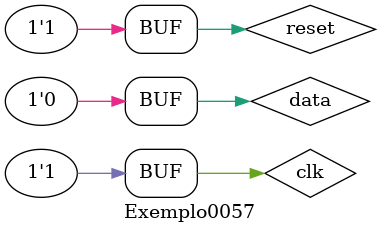
<source format=v>

`include "flip_flop_d.v"

module reg_desloc_esq(output [4:0]saida, input data, input clk, input reset);

//Chamada dos flip-flops
flip_flop_d fpd5(saida[0], data, clk, reset);
flip_flop_d fpd4(saida[1], saida[0], clk, reset);
flip_flop_d fpd3(saida[2], saida[1], clk, reset);
flip_flop_d fpd2(saida[3], saida[2], clk, reset);
flip_flop_d fpd1(saida[4], saida[3], clk, reset);

endmodule //reg_desloc_esq

// ----------------
// Exemplo0057
// ----------------
module Exemplo0057;

//----------------- Definir dados
reg data, reset, clk;
wire [4:0]saida;

// ---------------- Instância
 reg_desloc_esq rde1(saida, data, clk, reset);

// ---------------- Preparação
 initial begin: start
  data = 1'b1;
  reset = 1'b0;
  clk = 1'b1;
 end

// ----------------- Parte principal
 initial begin: main
  $display("Exemplo0057 - Josemar Alves Caetano - 448662.");
  $display("Teste Registrador de deslocamento para esquerda.");

  $monitor("Saida: %b", saida);

 #1 data = 1'b0; clk = 1'b0;
 #1 data = 1'b0; clk = 1'b1;
 #1 data = 1'b0; clk = 1'b0;
 #1 data = 1'b0; clk = 1'b1;
 #1 data = 1'b0; clk = 1'b0;
 #1 data = 1'b0; clk = 1'b1;
 #1 data = 1'b0; clk = 1'b0;
 #1 data = 1'b0; clk = 1'b1;
 #1 data = 1'b0; reset = 1'b1;
 
end

endmodule //Exemplo0057



</source>
